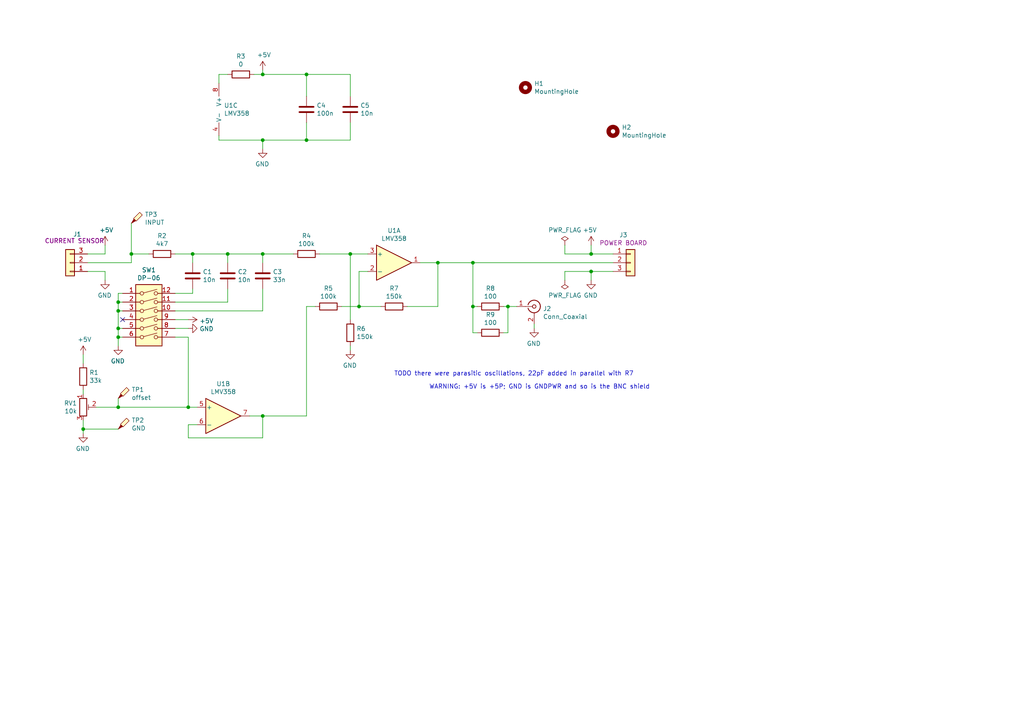
<source format=kicad_sch>
(kicad_sch (version 20230121) (generator eeschema)
  (paper "A4")
  (lib_symbols
    (symbol "Amplifier_Operational:LMV358" (pin_names (offset 0.127))
      (property "Reference" "U" (at 0 5.08 0))
      (property "Value" "LMV358" (at 0 -5.08 0))
      (symbol "LMV358_1_1"
        (polyline (pts (xy -5.08 5.08) (xy 5.08 0) (xy -5.08 -5.08) (xy -5.08 5.08)) (stroke (width 0.254)) (fill (type background)))
        (pin output line (at 7.62 0 180) (length 2.54) (name "~") (number "1"))
        (pin input line (at -7.62 -2.54 0) (length 2.54) (name "-") (number "2"))
        (pin input line (at -7.62 2.54 0) (length 2.54) (name "+") (number "3"))
      )
      (symbol "LMV358_2_1"
        (polyline (pts (xy -5.08 5.08) (xy 5.08 0) (xy -5.08 -5.08) (xy -5.08 5.08)) (stroke (width 0.254)) (fill (type background)))
        (pin input line (at -7.62 2.54 0) (length 2.54) (name "+") (number "5"))
        (pin input line (at -7.62 -2.54 0) (length 2.54) (name "-") (number "6"))
        (pin output line (at 7.62 0 180) (length 2.54) (name "~") (number "7"))
      )
      (symbol "LMV358_3_1"
        (pin power_in line (at -2.54 -7.62 90) (length 3.81) (name "V-") (number "4"))
        (pin power_in line (at -2.54 7.62 270) (length 3.81) (name "V+") (number "8"))
      )
    )
    (symbol "Connector:Conn_Coaxial" (pin_names (offset 1.016) hide)
      (property "Reference" "J" (at 0.254 3.048 0))
      (property "Value" "Conn_Coaxial" (at 2.921 0 90))
      (symbol "Conn_Coaxial_0_1"
        (arc (start -1.778 -0.508) (mid 0.2311 -1.8066) (end 1.778 0) (stroke (width 0.254)))
        (polyline (pts (xy -2.54 0) (xy -0.508 0)))
        (polyline (pts (xy 0 -2.54) (xy 0 -1.778)))
        (circle (center 0 0) (radius 0.508) (stroke (width 0.2032)))
        (arc (start 1.778 0) (mid 0.2099 1.8101) (end -1.778 0.508) (stroke (width 0.254)))
      )
      (symbol "Conn_Coaxial_1_1"
        (pin passive line (at -5.08 0 0) (length 2.54) (name "In") (number "1"))
        (pin passive line (at 0 -5.08 90) (length 2.54) (name "Ext") (number "2"))
      )
    )
    (symbol "Connector:TestPoint_Probe" (pin_numbers hide) (pin_names (offset 0.762) hide)
      (property "Reference" "TP" (at 1.651 5.842 0))
      (property "Value" "TestPoint_Probe" (at 1.651 4.064 0))
      (symbol "TestPoint_Probe_0_1"
        (polyline (pts (xy 1.27 0.762) (xy 0 0) (xy 0.762 1.27) (xy 1.27 0.762)) (fill (type outline)))
        (polyline (pts (xy 1.397 0.635) (xy 0.635 1.397) (xy 2.413 3.175) (xy 3.175 2.413) (xy 1.397 0.635)) (fill (type background)))
      )
      (symbol "TestPoint_Probe_1_1"
        (pin passive line (at 0 0 90) (length 0) (name "1") (number "1"))
      )
    )
    (symbol "Connector_Generic:Conn_01x03" (pin_names (offset 1.016) hide)
      (property "Reference" "J" (at 0 5.08 0))
      (property "Value" "Conn_01x03" (at 0 -5.08 0))
      (symbol "Conn_01x03_1_1"
        (rectangle (start -1.27 -2.413) (end 0 -2.667) (stroke (width 0.1524)))
        (rectangle (start -1.27 0.127) (end 0 -0.127) (stroke (width 0.1524)))
        (rectangle (start -1.27 2.667) (end 0 2.413) (stroke (width 0.1524)))
        (rectangle (start -1.27 3.81) (end 1.27 -3.81) (stroke (width 0.254)) (fill (type background)))
        (pin passive line (at -5.08 2.54 0) (length 3.81) (name "Pin_1") (number "1"))
        (pin passive line (at -5.08 0 0) (length 3.81) (name "Pin_2") (number "2"))
        (pin passive line (at -5.08 -2.54 0) (length 3.81) (name "Pin_3") (number "3"))
      )
    )
    (symbol "Device:C" (pin_numbers hide) (pin_names (offset 0.254))
      (property "Reference" "C" (at 0.635 2.54 0))
      (property "Value" "C" (at 0.635 -2.54 0))
      (symbol "C_0_1"
        (polyline (pts (xy -2.032 -0.762) (xy 2.032 -0.762)) (stroke (width 0.508)))
        (polyline (pts (xy -2.032 0.762) (xy 2.032 0.762)) (stroke (width 0.508)))
      )
      (symbol "C_1_1"
        (pin passive line (at 0 3.81 270) (length 2.794) (name "~") (number "1"))
        (pin passive line (at 0 -3.81 90) (length 2.794) (name "~") (number "2"))
      )
    )
    (symbol "Device:R" (pin_numbers hide) (pin_names (offset 0))
      (property "Reference" "R" (at 2.032 0 90))
      (property "Value" "R" (at 0 0 90))
      (symbol "R_0_1"
        (rectangle (start -1.016 -2.54) (end 1.016 2.54) (stroke (width 0.254)))
      )
      (symbol "R_1_1"
        (pin passive line (at 0 3.81 270) (length 1.27) (name "~") (number "1"))
        (pin passive line (at 0 -3.81 90) (length 1.27) (name "~") (number "2"))
      )
    )
    (symbol "Mechanical:MountingHole" (pin_names (offset 1.016))
      (property "Reference" "H" (at 0 5.08 0))
      (property "Value" "MountingHole" (at 0 3.175 0))
      (symbol "MountingHole_0_1"
        (circle (center 0 0) (radius 1.27) (stroke (width 1.27)))
      )
    )
    (symbol "Switch:SW_DIP_x06" (pin_names (offset 0) hide)
      (property "Reference" "SW" (at 0 11.43 0))
      (property "Value" "SW_DIP_x06" (at 0 -8.89 0))
      (symbol "SW_DIP_x06_0_0"
        (circle (center -2.032 -5.08) (radius 0.508))
        (circle (center -2.032 -2.54) (radius 0.508))
        (circle (center -2.032 0) (radius 0.508))
        (circle (center -2.032 2.54) (radius 0.508))
        (circle (center -2.032 5.08) (radius 0.508))
        (circle (center -2.032 7.62) (radius 0.508))
        (polyline (pts (xy -1.524 -4.9276) (xy 2.3622 -3.8862)))
        (polyline (pts (xy -1.524 -2.3876) (xy 2.3622 -1.3462)))
        (polyline (pts (xy -1.524 0.127) (xy 2.3622 1.1684)))
        (polyline (pts (xy -1.524 2.667) (xy 2.3622 3.7084)))
        (polyline (pts (xy -1.524 5.207) (xy 2.3622 6.2484)))
        (polyline (pts (xy -1.524 7.747) (xy 2.3622 8.7884)))
        (circle (center 2.032 -5.08) (radius 0.508))
        (circle (center 2.032 -2.54) (radius 0.508))
        (circle (center 2.032 0) (radius 0.508))
        (circle (center 2.032 2.54) (radius 0.508))
        (circle (center 2.032 5.08) (radius 0.508))
        (circle (center 2.032 7.62) (radius 0.508))
      )
      (symbol "SW_DIP_x06_0_1"
        (rectangle (start -3.81 10.16) (end 3.81 -7.62) (stroke (width 0.254)) (fill (type background)))
      )
      (symbol "SW_DIP_x06_1_1"
        (pin passive line (at -7.62 7.62 0) (length 5.08) (name "~") (number "1"))
        (pin passive line (at 7.62 2.54 180) (length 5.08) (name "~") (number "10"))
        (pin passive line (at 7.62 5.08 180) (length 5.08) (name "~") (number "11"))
        (pin passive line (at 7.62 7.62 180) (length 5.08) (name "~") (number "12"))
        (pin passive line (at -7.62 5.08 0) (length 5.08) (name "~") (number "2"))
        (pin passive line (at -7.62 2.54 0) (length 5.08) (name "~") (number "3"))
        (pin passive line (at -7.62 0 0) (length 5.08) (name "~") (number "4"))
        (pin passive line (at -7.62 -2.54 0) (length 5.08) (name "~") (number "5"))
        (pin passive line (at -7.62 -5.08 0) (length 5.08) (name "~") (number "6"))
        (pin passive line (at 7.62 -5.08 180) (length 5.08) (name "~") (number "7"))
        (pin passive line (at 7.62 -2.54 180) (length 5.08) (name "~") (number "8"))
        (pin passive line (at 7.62 0 180) (length 5.08) (name "~") (number "9"))
      )
    )
    (symbol "power:+5V" (power) (pin_names (offset 0))
      (property "Value" "+5V" (at 0 3.556 0))
      (symbol "+5V_0_1"
        (polyline (pts (xy -0.762 1.27) (xy 0 2.54)))
        (polyline (pts (xy 0 0) (xy 0 2.54)))
        (polyline (pts (xy 0 2.54) (xy 0.762 1.27)))
      )
      (symbol "+5V_1_1"
        (pin power_in line (at 0 0 90) (length 0) hide (name "+5V") (number "1"))
      )
    )
    (symbol "power:GND" (power) (pin_names (offset 0))
      (property "Value" "GND" (at 0 -3.81 0))
      (symbol "GND_0_1"
        (polyline (pts (xy 0 0) (xy 0 -1.27) (xy 1.27 -1.27) (xy 0 -2.54) (xy -1.27 -1.27) (xy 0 -1.27)))
      )
      (symbol "GND_1_1"
        (pin power_in line (at 0 0 270) (length 0) hide (name "GND") (number "1"))
      )
    )
    (symbol "power:PWR_FLAG" (power) (pin_numbers hide) (pin_names (offset 0) hide)
      (property "Value" "PWR_FLAG" (at 0 3.81 0))
      (symbol "PWR_FLAG_0_0"
        (pin power_out line (at 0 0 90) (length 0) (name "pwr") (number "1"))
      )
      (symbol "PWR_FLAG_0_1"
        (polyline (pts (xy 0 0) (xy 0 1.27) (xy -1.016 1.905) (xy 0 2.54) (xy 1.016 1.905) (xy 0 1.27)))
      )
    )
    (symbol "vetrnik-current-sensor-opamp-rescue:R_POT_TRIM-Device" (pin_names (offset 1.016) hide)
      (property "Reference" "RV" (at -4.445 0 90))
      (property "Value" "Device_R_POT_TRIM" (at -2.54 0 90))
      (symbol "R_POT_TRIM-Device_0_1"
        (polyline (pts (xy 1.524 0.762) (xy 1.524 -0.762)))
        (polyline (pts (xy 2.54 0) (xy 1.524 0)))
        (rectangle (start 1.016 2.54) (end -1.016 -2.54) (stroke (width 0.254)))
      )
      (symbol "R_POT_TRIM-Device_1_1"
        (pin passive line (at 0 3.81 270) (length 1.27) (name "1") (number "1"))
        (pin passive line (at 3.81 0 180) (length 1.27) (name "2") (number "2"))
        (pin passive line (at 0 -3.81 90) (length 1.27) (name "3") (number "3"))
      )
    )
  )
  (junction (at 76.2 21.59))
  (junction (at 137.16 88.9))
  (junction (at 34.29 95.25))
  (junction (at 101.6 73.66))
  (junction (at 76.2 40.64))
  (junction (at 34.29 97.79))
  (junction (at 88.9 40.64))
  (junction (at 54.61 118.11))
  (junction (at 34.29 87.63))
  (junction (at 76.2 73.66))
  (junction (at 137.16 76.2))
  (junction (at 66.04 73.66))
  (junction (at 147.32 88.9))
  (junction (at 38.1 73.66))
  (junction (at 104.14 88.9))
  (junction (at 171.45 73.66))
  (junction (at 127 76.2))
  (junction (at 55.88 73.66))
  (junction (at 88.9 21.59))
  (junction (at 34.29 90.17))
  (junction (at 34.29 118.11))
  (junction (at 24.13 124.46))
  (junction (at 76.2 120.65))
  (junction (at 171.45 78.74))
  (no_connect (at 35.56 92.71))
  (wire (pts (xy 137.16 88.9) (xy 137.16 96.52)))
  (wire (pts (xy 55.88 76.2) (xy 55.88 73.66)))
  (wire (pts (xy 171.45 73.66) (xy 177.8 73.66)))
  (wire (pts (xy 34.29 118.11) (xy 54.61 118.11)))
  (wire (pts (xy 50.8 97.79) (xy 54.61 97.79)))
  (wire (pts (xy 30.48 81.28) (xy 30.48 78.74)))
  (wire (pts (xy 34.29 97.79) (xy 34.29 95.25)))
  (wire (pts (xy 88.9 40.64) (xy 76.2 40.64)))
  (wire (pts (xy 54.61 127) (xy 76.2 127)))
  (wire (pts (xy 101.6 35.56) (xy 101.6 40.64)))
  (wire (pts (xy 54.61 123.19) (xy 54.61 127)))
  (wire (pts (xy 30.48 73.66) (xy 25.4 73.66)))
  (wire (pts (xy 76.2 120.65) (xy 72.39 120.65)))
  (wire (pts (xy 35.56 97.79) (xy 34.29 97.79)))
  (wire (pts (xy 63.5 40.64) (xy 76.2 40.64)))
  (wire (pts (xy 57.15 123.19) (xy 54.61 123.19)))
  (wire (pts (xy 85.09 73.66) (xy 76.2 73.66)))
  (wire (pts (xy 88.9 21.59) (xy 76.2 21.59)))
  (wire (pts (xy 34.29 124.46) (xy 24.13 124.46)))
  (wire (pts (xy 63.5 39.37) (xy 63.5 40.64)))
  (wire (pts (xy 24.13 113.03) (xy 24.13 114.3)))
  (wire (pts (xy 171.45 78.74) (xy 177.8 78.74)))
  (wire (pts (xy 66.04 73.66) (xy 55.88 73.66)))
  (wire (pts (xy 76.2 43.18) (xy 76.2 40.64)))
  (wire (pts (xy 50.8 95.25) (xy 54.61 95.25)))
  (wire (pts (xy 101.6 101.6) (xy 101.6 100.33)))
  (wire (pts (xy 35.56 90.17) (xy 34.29 90.17)))
  (wire (pts (xy 154.94 95.25) (xy 154.94 93.98)))
  (wire (pts (xy 110.49 88.9) (xy 104.14 88.9)))
  (wire (pts (xy 127 76.2) (xy 121.92 76.2)))
  (wire (pts (xy 118.11 88.9) (xy 127 88.9)))
  (wire (pts (xy 127 88.9) (xy 127 76.2)))
  (wire (pts (xy 38.1 64.77) (xy 38.1 73.66)))
  (wire (pts (xy 34.29 90.17) (xy 34.29 95.25)))
  (wire (pts (xy 34.29 100.33) (xy 34.29 97.79)))
  (wire (pts (xy 137.16 96.52) (xy 138.43 96.52)))
  (wire (pts (xy 137.16 76.2) (xy 177.8 76.2)))
  (wire (pts (xy 99.06 88.9) (xy 104.14 88.9)))
  (wire (pts (xy 34.29 85.09) (xy 34.29 87.63)))
  (wire (pts (xy 76.2 73.66) (xy 66.04 73.66)))
  (wire (pts (xy 137.16 88.9) (xy 137.16 76.2)))
  (wire (pts (xy 24.13 105.41) (xy 24.13 102.87)))
  (wire (pts (xy 88.9 88.9) (xy 91.44 88.9)))
  (wire (pts (xy 101.6 21.59) (xy 88.9 21.59)))
  (wire (pts (xy 127 76.2) (xy 137.16 76.2)))
  (wire (pts (xy 54.61 118.11) (xy 57.15 118.11)))
  (wire (pts (xy 76.2 120.65) (xy 88.9 120.65)))
  (wire (pts (xy 63.5 21.59) (xy 66.04 21.59)))
  (wire (pts (xy 163.83 78.74) (xy 171.45 78.74)))
  (wire (pts (xy 138.43 88.9) (xy 137.16 88.9)))
  (wire (pts (xy 50.8 90.17) (xy 76.2 90.17)))
  (wire (pts (xy 76.2 90.17) (xy 76.2 83.82)))
  (wire (pts (xy 76.2 20.32) (xy 76.2 21.59)))
  (wire (pts (xy 30.48 71.12) (xy 30.48 73.66)))
  (wire (pts (xy 38.1 76.2) (xy 25.4 76.2)))
  (wire (pts (xy 147.32 88.9) (xy 146.05 88.9)))
  (wire (pts (xy 30.48 78.74) (xy 25.4 78.74)))
  (wire (pts (xy 55.88 73.66) (xy 50.8 73.66)))
  (wire (pts (xy 73.66 21.59) (xy 76.2 21.59)))
  (wire (pts (xy 92.71 73.66) (xy 101.6 73.66)))
  (wire (pts (xy 54.61 92.71) (xy 50.8 92.71)))
  (wire (pts (xy 88.9 120.65) (xy 88.9 88.9)))
  (wire (pts (xy 76.2 127) (xy 76.2 120.65)))
  (wire (pts (xy 35.56 85.09) (xy 34.29 85.09)))
  (wire (pts (xy 50.8 87.63) (xy 66.04 87.63)))
  (wire (pts (xy 106.68 73.66) (xy 101.6 73.66)))
  (wire (pts (xy 171.45 81.28) (xy 171.45 78.74)))
  (wire (pts (xy 43.18 73.66) (xy 38.1 73.66)))
  (wire (pts (xy 146.05 96.52) (xy 147.32 96.52)))
  (wire (pts (xy 88.9 27.94) (xy 88.9 21.59)))
  (wire (pts (xy 171.45 71.12) (xy 171.45 73.66)))
  (wire (pts (xy 163.83 81.28) (xy 163.83 78.74)))
  (wire (pts (xy 88.9 35.56) (xy 88.9 40.64)))
  (wire (pts (xy 101.6 27.94) (xy 101.6 21.59)))
  (wire (pts (xy 63.5 24.13) (xy 63.5 21.59)))
  (wire (pts (xy 66.04 87.63) (xy 66.04 83.82)))
  (wire (pts (xy 55.88 85.09) (xy 55.88 83.82)))
  (wire (pts (xy 76.2 76.2) (xy 76.2 73.66)))
  (wire (pts (xy 34.29 115.57) (xy 34.29 118.11)))
  (wire (pts (xy 104.14 78.74) (xy 106.68 78.74)))
  (wire (pts (xy 163.83 71.12) (xy 163.83 73.66)))
  (wire (pts (xy 101.6 40.64) (xy 88.9 40.64)))
  (wire (pts (xy 101.6 73.66) (xy 101.6 92.71)))
  (wire (pts (xy 27.94 118.11) (xy 34.29 118.11)))
  (wire (pts (xy 24.13 125.73) (xy 24.13 124.46)))
  (wire (pts (xy 104.14 88.9) (xy 104.14 78.74)))
  (wire (pts (xy 38.1 73.66) (xy 38.1 76.2)))
  (wire (pts (xy 34.29 87.63) (xy 35.56 87.63)))
  (wire (pts (xy 147.32 96.52) (xy 147.32 88.9)))
  (wire (pts (xy 50.8 85.09) (xy 55.88 85.09)))
  (wire (pts (xy 149.86 88.9) (xy 147.32 88.9)))
  (wire (pts (xy 34.29 90.17) (xy 34.29 87.63)))
  (wire (pts (xy 24.13 124.46) (xy 24.13 121.92)))
  (wire (pts (xy 35.56 95.25) (xy 34.29 95.25)))
  (wire (pts (xy 66.04 76.2) (xy 66.04 73.66)))
  (wire (pts (xy 163.83 73.66) (xy 171.45 73.66)))
  (wire (pts (xy 54.61 118.11) (xy 54.61 97.79)))
  (text "WARNING: +5V is +5P; GND is GNDPWR and so is the BNC shield" (at 124.46 113.03 0) (effects (font (size 1.27 1.27)) (justify left bottom)))
  (text "TODO there were parasitic oscillations, 22pF added in parallel with R7" (at 114.3 109.22 0) (effects (font (size 1.27 1.27)) (justify left bottom)))
  (symbol (lib_id "Amplifier_Operational:LMV358") (at 114.3 76.2 0) (unit 1)
    (property "Reference" "U1" (at 114.3 66.8782 0))
    (property "Value" "LMV358" (at 114.3 69.1896 0))
    (property "Footprint" "Package_SO:SOIC-8_3.9x4.9mm_P1.27mm" (effects hide))
    (property "Datasheet" "http://www.ti.com/lit/ds/symlink/lmv324.pdf" (effects hide))
  )
  (symbol (lib_id "Amplifier_Operational:LMV358") (at 64.77 120.65 0) (unit 2)
    (property "Reference" "U1" (at 64.77 111.3282 0))
    (property "Value" "LMV358" (at 64.77 113.6396 0))
    (property "Footprint" "Package_SO:SOIC-8_3.9x4.9mm_P1.27mm" (effects hide))
    (property "Datasheet" "http://www.ti.com/lit/ds/symlink/lmv324.pdf" (effects hide))
  )
  (symbol (lib_id "Amplifier_Operational:LMV358") (at 66.04 31.75 0) (unit 3)
    (property "Reference" "U1" (at 64.9732 30.5816 0) (effects (justify left)))
    (property "Value" "LMV358" (at 64.9732 32.893 0) (effects (justify left)))
    (property "Footprint" "Package_SO:SOIC-8_3.9x4.9mm_P1.27mm" (effects hide))
    (property "Datasheet" "http://www.ti.com/lit/ds/symlink/lmv324.pdf" (effects hide))
  )
  (symbol (lib_id "Connector_Generic:Conn_01x03") (at 182.88 76.2 0) (unit 1)
    (property "Reference" "J3" (at 180.7972 68.1482 0))
    (property "Value" "Conn_01x03" (effects hide))
    (property "Footprint" "Connector_Molex:Molex_KK-254_AE-6410-03A_1x03_P2.54mm_Vertical" (effects hide))
    (property "Label" "POWER BOARD" (at 180.7972 70.4596 0))
  )
  (symbol (lib_id "power:GND") (at 171.45 81.28 0) (mirror y) (unit 1)
    (property "Reference" "#PWR011" (effects hide))
    (property "Value" "GND" (at 171.323 85.6742 0))
  )
  (symbol (lib_id "power:+5V") (at 171.45 71.12 0) (mirror y) (unit 1)
    (property "Reference" "#PWR010" (effects hide))
    (property "Value" "+5V" (at 171.069 66.7258 0))
  )
  (symbol (lib_id "power:PWR_FLAG") (at 163.83 71.12 0) (unit 1)
    (property "Reference" "#FLG01" (effects hide))
    (property "Value" "PWR_FLAG" (at 163.83 66.7258 0))
  )
  (symbol (lib_id "power:PWR_FLAG") (at 163.83 81.28 180) (unit 1)
    (property "Reference" "#FLG02" (effects hide))
    (property "Value" "PWR_FLAG" (at 163.83 85.6742 0))
  )
  (symbol (lib_id "Connector_Generic:Conn_01x03") (at 20.32 76.2 180) (unit 1)
    (property "Reference" "J1" (at 22.4028 67.945 0))
    (property "Value" "Conn_01x03" (effects hide))
    (property "Footprint" "Connector_Molex:Molex_KK-254_AE-6410-03A_1x03_P2.54mm_Vertical" (effects hide))
    (property "Label" "CURRENT SENSOR" (at 21.59 69.85 0))
  )
  (symbol (lib_id "power:+5V") (at 30.48 71.12 0) (unit 1)
    (property "Reference" "#PWR03" (effects hide))
    (property "Value" "+5V" (at 30.861 66.7258 0))
  )
  (symbol (lib_id "power:GND") (at 30.48 81.28 0) (mirror y) (unit 1)
    (property "Reference" "#PWR04" (effects hide))
    (property "Value" "GND" (at 30.353 85.6742 0))
  )
  (symbol (lib_id "power:GND") (at 76.2 43.18 0) (mirror y) (unit 1)
    (property "Reference" "#PWR07" (effects hide))
    (property "Value" "GND" (at 76.073 47.5742 0))
  )
  (symbol (lib_id "power:+5V") (at 76.2 20.32 0) (unit 1)
    (property "Reference" "#PWR06" (effects hide))
    (property "Value" "+5V" (at 76.581 15.9258 0))
  )
  (symbol (lib_id "Device:C") (at 88.9 31.75 0) (unit 1)
    (property "Reference" "C4" (at 91.821 30.5816 0) (effects (justify left)))
    (property "Value" "100n" (at 91.821 32.893 0) (effects (justify left)))
    (property "Footprint" "Capacitor_SMD:C_1206_3216Metric_Pad1.33x1.80mm_HandSolder" (effects hide))
  )
  (symbol (lib_id "Device:R") (at 88.9 73.66 270) (unit 1)
    (property "Reference" "R4" (at 88.9 68.4022 90))
    (property "Value" "100k" (at 88.9 70.7136 90))
    (property "Footprint" "Resistor_SMD:R_1206_3216Metric_Pad1.30x1.75mm_HandSolder" (effects hide))
  )
  (symbol (lib_id "Device:R") (at 101.6 96.52 0) (unit 1)
    (property "Reference" "R6" (at 103.378 95.3516 0) (effects (justify left)))
    (property "Value" "150k" (at 103.378 97.663 0) (effects (justify left)))
    (property "Footprint" "Resistor_SMD:R_1206_3216Metric_Pad1.30x1.75mm_HandSolder" (effects hide))
  )
  (symbol (lib_id "power:GND") (at 101.6 101.6 0) (mirror y) (unit 1)
    (property "Reference" "#PWR08" (effects hide))
    (property "Value" "GND" (at 101.473 105.9942 0))
  )
  (symbol (lib_id "Device:R") (at 114.3 88.9 270) (unit 1)
    (property "Reference" "R7" (at 114.3 83.6422 90))
    (property "Value" "150k" (at 114.3 85.9536 90))
    (property "Footprint" "Resistor_SMD:R_1206_3216Metric_Pad1.30x1.75mm_HandSolder" (effects hide))
  )
  (symbol (lib_id "Device:R") (at 95.25 88.9 270) (unit 1)
    (property "Reference" "R5" (at 95.25 83.6422 90))
    (property "Value" "100k" (at 95.25 85.9536 90))
    (property "Footprint" "Resistor_SMD:R_1206_3216Metric_Pad1.30x1.75mm_HandSolder" (effects hide))
  )
  (symbol (lib_id "vetrnik-current-sensor-opamp-rescue:R_POT_TRIM-Device") (at 24.13 118.11 0) (unit 1)
    (property "Reference" "RV1" (at 22.352 116.9416 0) (effects (justify right)))
    (property "Value" "10k" (at 22.352 119.253 0) (effects (justify right)))
    (property "Footprint" "Potentiometer_THT:Potentiometer_Bourns_3296W_Vertical" (effects hide))
    (property "TME" "T910W-10K" (effects hide))
  )
  (symbol (lib_id "power:GND") (at 24.13 125.73 0) (mirror y) (unit 1)
    (property "Reference" "#PWR02" (effects hide))
    (property "Value" "GND" (at 24.003 130.1242 0))
  )
  (symbol (lib_id "power:+5V") (at 24.13 102.87 0) (unit 1)
    (property "Reference" "#PWR01" (effects hide))
    (property "Value" "+5V" (at 24.511 98.4758 0))
  )
  (symbol (lib_id "Device:R") (at 24.13 109.22 0) (unit 1)
    (property "Reference" "R1" (at 25.908 108.0516 0) (effects (justify left)))
    (property "Value" "33k" (at 25.908 110.363 0) (effects (justify left)))
    (property "Footprint" "Resistor_SMD:R_1206_3216Metric_Pad1.30x1.75mm_HandSolder" (effects hide))
  )
  (symbol (lib_id "Device:C") (at 101.6 31.75 0) (unit 1)
    (property "Reference" "C5" (at 104.521 30.5816 0) (effects (justify left)))
    (property "Value" "10n" (at 104.521 32.893 0) (effects (justify left)))
    (property "Footprint" "Capacitor_SMD:C_1206_3216Metric_Pad1.33x1.80mm_HandSolder" (effects hide))
  )
  (symbol (lib_id "Device:R") (at 46.99 73.66 270) (unit 1)
    (property "Reference" "R2" (at 46.99 68.4022 90))
    (property "Value" "4k7" (at 46.99 70.7136 90))
    (property "Footprint" "Resistor_SMD:R_1206_3216Metric_Pad1.30x1.75mm_HandSolder" (effects hide))
  )
  (symbol (lib_id "Device:C") (at 55.88 80.01 0) (unit 1)
    (property "Reference" "C1" (at 58.801 78.8416 0) (effects (justify left)))
    (property "Value" "10n" (at 58.801 81.153 0) (effects (justify left)))
    (property "Footprint" "Capacitor_SMD:C_1206_3216Metric_Pad1.33x1.80mm_HandSolder" (effects hide))
  )
  (symbol (lib_id "Device:C") (at 66.04 80.01 0) (unit 1)
    (property "Reference" "C2" (at 68.961 78.8416 0) (effects (justify left)))
    (property "Value" "10n" (at 68.961 81.153 0) (effects (justify left)))
    (property "Footprint" "Capacitor_SMD:C_1206_3216Metric_Pad1.33x1.80mm_HandSolder" (effects hide))
  )
  (symbol (lib_id "Device:C") (at 76.2 80.01 0) (unit 1)
    (property "Reference" "C3" (at 79.121 78.8416 0) (effects (justify left)))
    (property "Value" "33n" (at 79.121 81.153 0) (effects (justify left)))
    (property "Footprint" "Capacitor_SMD:C_1206_3216Metric_Pad1.33x1.80mm_HandSolder" (effects hide))
  )
  (symbol (lib_id "Switch:SW_DIP_x06") (at 43.18 92.71 0) (unit 1)
    (property "Reference" "SW1" (at 43.18 78.3082 0))
    (property "Value" "DP-06" (at 43.18 80.6196 0))
    (property "Footprint" "Button_Switch_THT:SW_DIP_SPSTx06_Piano_10.8x16.8mm_W7.62mm_P2.54mm" (effects hide))
    (property "Datasheet" "https://www.tme.eu/Document/62dfec03213039f0ec020f09abba5933/DP-series.pdf" (effects hide))
  )
  (symbol (lib_id "power:GND") (at 34.29 100.33 0) (mirror y) (unit 1)
    (property "Reference" "#PWR05" (effects hide))
    (property "Value" "GND" (at 34.163 104.7242 0))
  )
  (symbol (lib_id "Connector:Conn_Coaxial") (at 154.94 88.9 0) (unit 1)
    (property "Reference" "J2" (at 157.48 89.535 0) (effects (justify left)))
    (property "Value" "Conn_Coaxial" (at 157.48 91.8464 0) (effects (justify left)))
    (property "Footprint" "Connector_Coaxial:BNC_PanelMountable_Vertical" (effects hide))
    (property "Datasheet" " ~" (effects hide))
  )
  (symbol (lib_id "power:GND") (at 154.94 95.25 0) (mirror y) (unit 1)
    (property "Reference" "#PWR09" (effects hide))
    (property "Value" "GND" (at 154.813 99.6442 0))
  )
  (symbol (lib_id "Device:R") (at 142.24 88.9 270) (unit 1)
    (property "Reference" "R8" (at 142.24 83.6422 90))
    (property "Value" "100" (at 142.24 85.9536 90))
    (property "Footprint" "Resistor_SMD:R_1206_3216Metric_Pad1.30x1.75mm_HandSolder" (effects hide))
  )
  (symbol (lib_id "Device:R") (at 142.24 96.52 270) (unit 1)
    (property "Reference" "R9" (at 142.24 91.2622 90))
    (property "Value" "100" (at 142.24 93.5736 90))
    (property "Footprint" "Resistor_SMD:R_1206_3216Metric_Pad1.30x1.75mm_HandSolder" (effects hide))
  )
  (symbol (lib_id "Connector:TestPoint_Probe") (at 34.29 115.57 0) (unit 1)
    (property "Reference" "TP1" (at 38.1508 113.0046 0) (effects (justify left)))
    (property "Value" "offset" (at 38.1508 115.316 0) (effects (justify left)))
    (property "Footprint" "Connector_PinSocket_2.54mm:PinSocket_1x01_P2.54mm_Vertical" (effects hide))
  )
  (symbol (lib_id "Connector:TestPoint_Probe") (at 34.29 124.46 0) (unit 1)
    (property "Reference" "TP2" (at 38.1508 121.8946 0) (effects (justify left)))
    (property "Value" "GND" (at 38.1508 124.206 0) (effects (justify left)))
    (property "Footprint" "Connector_PinSocket_2.54mm:PinSocket_1x01_P2.54mm_Vertical" (effects hide))
  )
  (symbol (lib_id "Connector:TestPoint_Probe") (at 38.1 64.77 0) (unit 1)
    (property "Reference" "TP3" (at 41.9862 62.2046 0) (effects (justify left)))
    (property "Value" "INPUT" (at 41.9862 64.516 0) (effects (justify left)))
    (property "Footprint" "Connector_PinSocket_2.54mm:PinSocket_1x01_P2.54mm_Vertical" (effects hide))
  )
  (symbol (lib_id "Mechanical:MountingHole") (at 152.4 25.4 0) (unit 1)
    (property "Reference" "H1" (at 154.94 24.2316 0) (effects (justify left)))
    (property "Value" "MountingHole" (at 154.94 26.543 0) (effects (justify left)))
    (property "Footprint" "MountingHole:MountingHole_3.2mm_M3" (effects hide))
  )
  (symbol (lib_id "Mechanical:MountingHole") (at 177.8 38.1 0) (unit 1)
    (property "Reference" "H2" (at 180.34 36.9316 0) (effects (justify left)))
    (property "Value" "MountingHole" (at 180.34 39.243 0) (effects (justify left)))
    (property "Footprint" "MountingHole:MountingHole_3.2mm_M3" (effects hide))
  )
  (symbol (lib_id "Device:R") (at 69.85 21.59 270) (unit 1)
    (property "Reference" "R3" (at 69.85 16.3322 90))
    (property "Value" "0" (at 69.85 18.6436 90))
    (property "Footprint" "Resistor_SMD:R_1206_3216Metric_Pad1.30x1.75mm_HandSolder" (effects hide))
  )
  (symbol (lib_id "power:GND") (at 54.61 95.25 90) (mirror x) (unit 1)
    (property "Reference" "#PWR0101" (effects hide))
    (property "Value" "GND" (at 57.8612 95.377 90) (effects (justify right)))
  )
  (symbol (lib_id "power:+5V") (at 54.61 92.71 270) (unit 1)
    (property "Reference" "#PWR?" (effects hide))
    (property "Value" "+5V" (at 57.8612 93.091 90) (effects (justify left)))
  )
)
</source>
